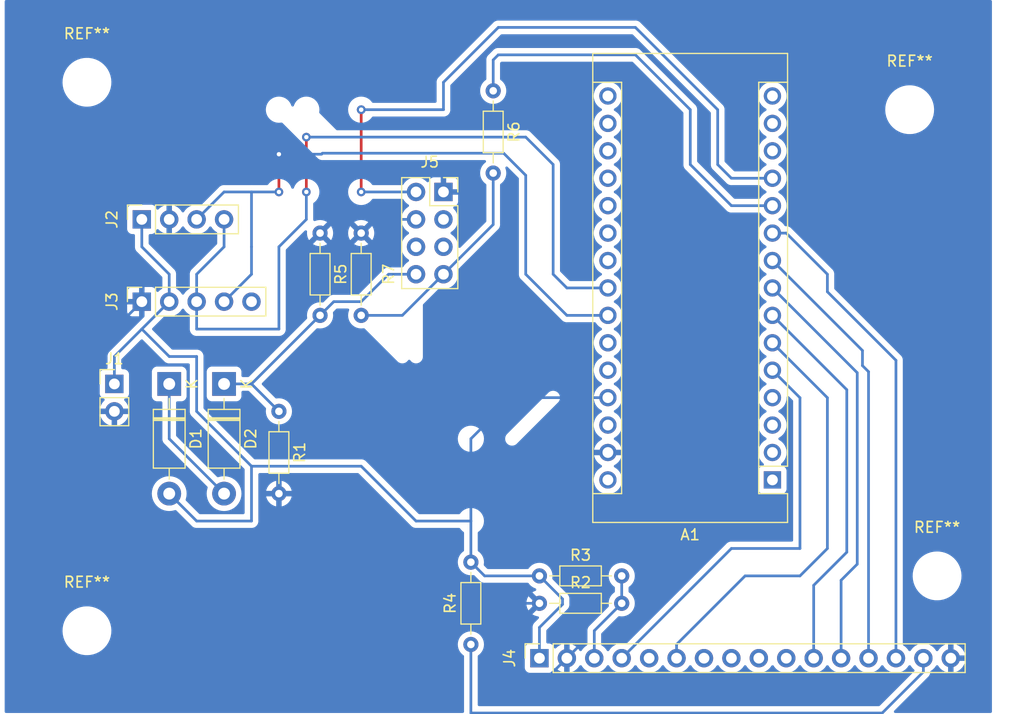
<source format=kicad_pcb>
(kicad_pcb (version 20211014) (generator pcbnew)
  (layers (0 "F.Cu" signal) (31 "B.Cu" signal) (34 "B.Paste" user) (35 "F.Paste" user) (36 "B.SilkS" user "B.Silkscreen") (37 "F.SilkS" user "F.Silkscreen") (38 "B.Mask" user) (39 "F.Mask" user) (44 "Edge.Cuts" user))
  (net 0 "")
  (net 4 "GND")
  (net 5 "Net-(A1-Pad5)")
  (net 6 "Net-(A1-Pad6)")
  (net 7 "Net-(J4-Pad11)")
  (net 8 "Net-(J4-Pad12)")
  (net 9 "Net-(J4-Pad13)")
  (net 10 "Net-(J4-Pad14)")
  (net 22 "+5V")
  (net 25 "Net-(D1-Pad1)")
  (net 26 "+3V3")
  (net 30 "Net-(J4-Pad3)")
  (net 36 "Net-(J4-Pad15)")
  (net 37 "Net-(A1-Pad23)")
  (net 38 "Net-(A1-Pad11)")
  (net 39 "Net-(A1-Pad12)")
  (net 41 "Net-(A1-Pad24)")
  (net 43 "Net-(R6-Pad2)")
  (net 45 "Net-(R5-Pad1)")
  (footprint "Resistor_THT:R_Axial_DIN0204_L3.6mm_D1.6mm_P7.62mm_Horizontal" (layer "F.Cu") (at 64.77 78.74)
    (fp_text reference "R2" (at 3.81 -1.92) (layer "F.SilkS"))
    (fp_text value "1k")
    (fp_line (start 0.94 0) (end 1.89 0) (layer "F.SilkS") (width 0.12))
    (fp_line (start 1.89 -0.92) (end 1.89 0.92) (layer "F.SilkS") (width 0.12))
    (fp_line (start 1.89 0.92) (end 5.73 0.92) (layer "F.SilkS") (width 0.12))
    (fp_line (start 5.73 -0.92) (end 1.89 -0.92) (layer "F.SilkS") (width 0.12))
    (fp_line (start 5.73 0.92) (end 5.73 -0.92) (layer "F.SilkS") (width 0.12))
    (fp_line (start 6.68 0) (end 5.73 0) (layer "F.SilkS") (width 0.12))
    (pad "1" thru_hole circle (at 0 0) (size 1.4 1.4) (drill 0.7) (layers *.Cu *.Mask) (net 4 "GND"))
    (pad "2" thru_hole oval (at 7.62 0) (size 1.4 1.4) (drill 0.7) (layers *.Cu *.Mask) (net 30 "Net-(J4-Pad3)"))
  )
  (footprint "Diode_THT:D_DO-41_SOD81_P10.16mm_Horizontal" (layer "F.Cu") (at 35.56 58.42 -90)
    (fp_text reference "D2" (at 5.08 -2.47 90) (layer "F.SilkS"))
    (fp_text value "1N4007")
    (fp_text user "K" (at 0 -2.1 90) (layer "F.SilkS"))
    (fp_line (start 3.38 -1.47) (end 3.38 1.47) (layer "F.SilkS") (width 0.12))
    (fp_line (start 7.8 1.47) (end 7.8 -1.47) (layer "F.SilkS") (width 0.12))
    (fp_line (start 7.8 -1.47) (end 2.36 -1.47) (layer "F.SilkS") (width 0.12))
    (fp_line (start 8.82 0) (end 7.8 0) (layer "F.SilkS") (width 0.12))
    (fp_line (start 3.26 -1.47) (end 3.26 1.47) (layer "F.SilkS") (width 0.12))
    (fp_line (start 3.14 -1.47) (end 3.14 1.47) (layer "F.SilkS") (width 0.12))
    (fp_line (start 2.36 1.47) (end 7.8 1.47) (layer "F.SilkS") (width 0.12))
    (fp_line (start 2.36 -1.47) (end 2.36 1.47) (layer "F.SilkS") (width 0.12))
    (fp_line (start 1.34 0) (end 2.36 0) (layer "F.SilkS") (width 0.12))
    (pad "1" thru_hole rect (at 0 0 270) (size 2.2 2.2) (drill 1.1) (layers *.Cu *.Mask) (net 26 "+3V3"))
    (pad "2" thru_hole oval (at 10.16 0 270) (size 2.2 2.2) (drill 1.1) (layers *.Cu *.Mask) (net 25 "Net-(D1-Pad1)"))
  )
  (footprint "Connector_PinSocket_2.54mm:PinSocket_2x04_P2.54mm_Vertical" (layer "F.Cu") (at 55.88 40.64)
    (fp_text reference "J5" (at -1.27 -2.77) (layer "F.SilkS"))
    (fp_text value "esp6266")
    (fp_line (start 1.33 1.27) (end 1.33 8.95) (layer "F.SilkS") (width 0.12))
    (fp_line (start -1.27 -1.33) (end -1.27 1.27) (layer "F.SilkS") (width 0.12))
    (fp_line (start 0 -1.33) (end 1.33 -1.33) (layer "F.SilkS") (width 0.12))
    (fp_line (start -3.87 -1.33) (end -1.27 -1.33) (layer "F.SilkS") (width 0.12))
    (fp_line (start -3.87 -1.33) (end -3.87 8.95) (layer "F.SilkS") (width 0.12))
    (fp_line (start -3.87 8.95) (end 1.33 8.95) (layer "F.SilkS") (width 0.12))
    (fp_line (start 1.33 -1.33) (end 1.33 0) (layer "F.SilkS") (width 0.12))
    (fp_line (start -1.27 1.27) (end 1.33 1.27) (layer "F.SilkS") (width 0.12))
    (pad "1" thru_hole rect (at 0 0) (size 1.7 1.7) (drill 1) (layers *.Cu *.Mask) (net 4 "GND"))
    (pad "2" thru_hole oval (at -2.54 0) (size 1.7 1.7) (drill 1) (layers *.Cu *.Mask) (net 39 "Net-(A1-Pad12)"))
    (pad "3" thru_hole oval (at 0 2.54) (size 1.7 1.7) (drill 1) (layers *.Cu *.Mask))
    (pad "4" thru_hole oval (at -2.54 2.54) (size 1.7 1.7) (drill 1) (layers *.Cu *.Mask) (net 45 "Net-(R5-Pad1)"))
    (pad "5" thru_hole oval (at 0 5.08) (size 1.7 1.7) (drill 1) (layers *.Cu *.Mask))
    (pad "6" thru_hole oval (at -2.54 5.08) (size 1.7 1.7) (drill 1) (layers *.Cu *.Mask))
    (pad "7" thru_hole oval (at 0 7.62) (size 1.7 1.7) (drill 1) (layers *.Cu *.Mask) (net 43 "Net-(R6-Pad2)"))
    (pad "8" thru_hole oval (at -2.54 7.62) (size 1.7 1.7) (drill 1) (layers *.Cu *.Mask) (net 26 "+3V3"))
  )
  (footprint "Resistor_THT:R_Axial_DIN0204_L3.6mm_D1.6mm_P7.62mm_Horizontal" (layer "F.Cu") (at 60.487483 31.270053 -90)
    (fp_text reference "R6" (at 3.81 -1.92 90) (layer "F.SilkS"))
    (fp_text value "1k")
    (fp_line (start 5.73 -0.92) (end 1.89 -0.92) (layer "F.SilkS") (width 0.12))
    (fp_line (start 5.73 0.92) (end 5.73 -0.92) (layer "F.SilkS") (width 0.12))
    (fp_line (start 1.89 -0.92) (end 1.89 0.92) (layer "F.SilkS") (width 0.12))
    (fp_line (start 6.68 0) (end 5.73 0) (layer "F.SilkS") (width 0.12))
    (fp_line (start 0.94 0) (end 1.89 0) (layer "F.SilkS") (width 0.12))
    (fp_line (start 1.89 0.92) (end 5.73 0.92) (layer "F.SilkS") (width 0.12))
    (pad "1" thru_hole circle (at 0 0 270) (size 1.4 1.4) (drill 0.7) (layers *.Cu *.Mask) (net 38 "Net-(A1-Pad11)"))
    (pad "2" thru_hole oval (at 7.62 0 270) (size 1.4 1.4) (drill 0.7) (layers *.Cu *.Mask) (net 43 "Net-(R6-Pad2)"))
  )
  (footprint "MountingHole:MountingHole_3.5mm" (layer "F.Cu") (at 22.86 30.48)
    (fp_text reference "REF**" (at 0 -4.5) (layer "F.SilkS"))
    (fp_text value "MountingHole_3.5mm")
    (pad "" np_thru_hole circle (at 0 0) (size 3.5 3.5) (drill 3.5) (layers *.Cu *.Mask))
  )
  (footprint "MountingHole:MountingHole_3.5mm" (layer "F.Cu") (at 99.06 33.02)
    (fp_text reference "REF**" (at 0 -4.5) (layer "F.SilkS"))
    (fp_text value "MountingHole_3.5mm")
    (pad "" np_thru_hole circle (at 0 0) (size 3.5 3.5) (drill 3.5) (layers *.Cu *.Mask))
  )
  (footprint "Diode_THT:D_DO-41_SOD81_P10.16mm_Horizontal" (layer "F.Cu") (at 30.48 58.42 -90)
    (fp_text reference "D1" (at 5.08 -2.47 90) (layer "F.SilkS"))
    (fp_text value "1N4007")
    (fp_text user "K" (at 0 -2.1 90) (layer "F.SilkS"))
    (fp_line (start 8.82 0) (end 7.8 0) (layer "F.SilkS") (width 0.12))
    (fp_line (start 7.8 -1.47) (end 2.36 -1.47) (layer "F.SilkS") (width 0.12))
    (fp_line (start 1.34 0) (end 2.36 0) (layer "F.SilkS") (width 0.12))
    (fp_line (start 2.36 1.47) (end 7.8 1.47) (layer "F.SilkS") (width 0.12))
    (fp_line (start 3.26 -1.47) (end 3.26 1.47) (layer "F.SilkS") (width 0.12))
    (fp_line (start 3.14 -1.47) (end 3.14 1.47) (layer "F.SilkS") (width 0.12))
    (fp_line (start 3.38 -1.47) (end 3.38 1.47) (layer "F.SilkS") (width 0.12))
    (fp_line (start 7.8 1.47) (end 7.8 -1.47) (layer "F.SilkS") (width 0.12))
    (fp_line (start 2.36 -1.47) (end 2.36 1.47) (layer "F.SilkS") (width 0.12))
    (pad "1" thru_hole rect (at 0 0 270) (size 2.2 2.2) (drill 1.1) (layers *.Cu *.Mask) (net 25 "Net-(D1-Pad1)"))
    (pad "2" thru_hole oval (at 10.16 0 270) (size 2.2 2.2) (drill 1.1) (layers *.Cu *.Mask) (net 22 "+5V"))
  )
  (footprint "Connector_PinSocket_2.54mm:PinSocket_1x05_P2.54mm_Vertical" (layer "F.Cu") (at 27.94 50.8 90)
    (fp_text reference "J3" (at 0 -2.77 90) (layer "F.SilkS"))
    (fp_text value "DS 1307")
    (fp_line (start 1.33 -1.33) (end 1.33 0) (layer "F.SilkS") (width 0.12))
    (fp_line (start -1.33 11.49) (end 1.33 11.49) (layer "F.SilkS") (width 0.12))
    (fp_line (start -1.33 1.27) (end 1.33 1.27) (layer "F.SilkS") (width 0.12))
    (fp_line (start -1.33 1.27) (end -1.33 11.49) (layer "F.SilkS") (width 0.12))
    (fp_line (start 1.33 1.27) (end 1.33 11.49) (layer "F.SilkS") (width 0.12))
    (fp_line (start 0 -1.33) (end 1.33 -1.33) (layer "F.SilkS") (width 0.12))
    (pad "1" thru_hole rect (at 0 0 90) (size 1.7 1.7) (drill 1) (layers *.Cu *.Mask) (net 4 "GND"))
    (pad "2" thru_hole oval (at 0 2.54 90) (size 1.7 1.7) (drill 1) (layers *.Cu *.Mask) (net 22 "+5V"))
    (pad "3" thru_hole oval (at 0 5.08 90) (size 1.7 1.7) (drill 1) (layers *.Cu *.Mask) (net 37 "Net-(A1-Pad23)"))
    (pad "4" thru_hole oval (at 0 7.62 90) (size 1.7 1.7) (drill 1) (layers *.Cu *.Mask) (net 41 "Net-(A1-Pad24)"))
    (pad "5" thru_hole oval (at 0 10.16 90) (size 1.7 1.7) (drill 1) (layers *.Cu *.Mask))
  )
  (footprint "Resistor_THT:R_Axial_DIN0204_L3.6mm_D1.6mm_P7.62mm_Horizontal" (layer "F.Cu") (at 48.26 44.45 -90)
    (fp_text reference "R7" (at 3.81 -2.54 90) (layer "F.SilkS"))
    (fp_text value "2k")
    (fp_line (start 1.89 0.92) (end 5.73 0.92) (layer "F.SilkS") (width 0.12))
    (fp_line (start 5.73 0.92) (end 5.73 -0.92) (layer "F.SilkS") (width 0.12))
    (fp_line (start 5.73 -0.92) (end 1.89 -0.92) (layer "F.SilkS") (width 0.12))
    (fp_line (start 6.68 0) (end 5.73 0) (layer "F.SilkS") (width 0.12))
    (fp_line (start 0.94 0) (end 1.89 0) (layer "F.SilkS") (width 0.12))
    (fp_line (start 1.89 -0.92) (end 1.89 0.92) (layer "F.SilkS") (width 0.12))
    (pad "1" thru_hole circle (at 0 0 270) (size 1.4 1.4) (drill 0.7) (layers *.Cu *.Mask) (net 4 "GND"))
    (pad "2" thru_hole oval (at 7.62 0 270) (size 1.4 1.4) (drill 0.7) (layers *.Cu *.Mask) (net 43 "Net-(R6-Pad2)"))
  )
  (footprint "Connector_PinSocket_2.54mm:PinSocket_1x04_P2.54mm_Vertical" (layer "F.Cu") (at 27.94 43.18 90)
    (fp_text reference "J2" (at 0 -2.77 90) (layer "F.SilkS"))
    (fp_text value "ATH10")
    (fp_line (start 0 -1.33) (end 1.33 -1.33) (layer "F.SilkS") (width 0.12))
    (fp_line (start -1.33 8.95) (end 1.33 8.95) (layer "F.SilkS") (width 0.12))
    (fp_line (start 1.33 -1.33) (end 1.33 0) (layer "F.SilkS") (width 0.12))
    (fp_line (start 1.33 1.27) (end 1.33 8.95) (layer "F.SilkS") (width 0.12))
    (fp_line (start -1.33 1.27) (end -1.33 8.95) (layer "F.SilkS") (width 0.12))
    (fp_line (start -1.33 1.27) (end 1.33 1.27) (layer "F.SilkS") (width 0.12))
    (pad "1" thru_hole rect (at 0 0 90) (size 1.7 1.7) (drill 1) (layers *.Cu *.Mask) (net 22 "+5V"))
    (pad "2" thru_hole oval (at 0 2.54 90) (size 1.7 1.7) (drill 1) (layers *.Cu *.Mask) (net 4 "GND"))
    (pad "3" thru_hole oval (at 0 5.08 90) (size 1.7 1.7) (drill 1) (layers *.Cu *.Mask) (net 41 "Net-(A1-Pad24)"))
    (pad "4" thru_hole oval (at 0 7.62 90) (size 1.7 1.7) (drill 1) (layers *.Cu *.Mask) (net 37 "Net-(A1-Pad23)"))
  )
  (footprint "Resistor_THT:R_Axial_DIN0204_L3.6mm_D1.6mm_P7.62mm_Horizontal" (layer "F.Cu") (at 64.77 76.2)
    (fp_text reference "R3" (at 3.81 -1.92) (layer "F.SilkS"))
    (fp_text value "1k")
    (fp_line (start 5.73 0.92) (end 5.73 -0.92) (layer "F.SilkS") (width 0.12))
    (fp_line (start 1.89 -0.92) (end 1.89 0.92) (layer "F.SilkS") (width 0.12))
    (fp_line (start 5.73 -0.92) (end 1.89 -0.92) (layer "F.SilkS") (width 0.12))
    (fp_line (start 0.94 0) (end 1.89 0) (layer "F.SilkS") (width 0.12))
    (fp_line (start 1.89 0.92) (end 5.73 0.92) (layer "F.SilkS") (width 0.12))
    (fp_line (start 6.68 0) (end 5.73 0) (layer "F.SilkS") (width 0.12))
    (pad "1" thru_hole circle (at 0 0) (size 1.4 1.4) (drill 0.7) (layers *.Cu *.Mask) (net 22 "+5V"))
    (pad "2" thru_hole oval (at 7.62 0) (size 1.4 1.4) (drill 0.7) (layers *.Cu *.Mask) (net 30 "Net-(J4-Pad3)"))
  )
  (footprint "Connector_PinSocket_2.54mm:PinSocket_1x16_P2.54mm_Vertical" (layer "F.Cu") (at 64.77 83.82 90)
    (fp_text reference "J4" (at 0 -2.77 90) (layer "F.SilkS"))
    (fp_text value "HD1602")
    (fp_line (start -1.33 1.27) (end 1.33 1.27) (layer "F.SilkS") (width 0.12))
    (fp_line (start 0 -1.33) (end 1.33 -1.33) (layer "F.SilkS") (width 0.12))
    (fp_line (start -1.33 1.27) (end -1.33 39.43) (layer "F.SilkS") (width 0.12))
    (fp_line (start -1.33 39.43) (end 1.33 39.43) (layer "F.SilkS") (width 0.12))
    (fp_line (start 1.33 1.27) (end 1.33 39.43) (layer "F.SilkS") (width 0.12))
    (fp_line (start 1.33 -1.33) (end 1.33 0) (layer "F.SilkS") (width 0.12))
    (pad "1" thru_hole rect (at 0 0 90) (size 1.7 1.7) (drill 1) (layers *.Cu *.Mask) (net 22 "+5V"))
    (pad "2" thru_hole oval (at 0 2.54 90) (size 1.7 1.7) (drill 1) (layers *.Cu *.Mask) (net 4 "GND"))
    (pad "3" thru_hole oval (at 0 5.08 90) (size 1.7 1.7) (drill 1) (layers *.Cu *.Mask) (net 30 "Net-(J4-Pad3)"))
    (pad "4" thru_hole oval (at 0 7.62 90) (size 1.7 1.7) (drill 1) (layers *.Cu *.Mask) (net 5 "Net-(A1-Pad5)"))
    (pad "5" thru_hole oval (at 0 10.16 90) (size 1.7 1.7) (drill 1) (layers *.Cu *.Mask))
    (pad "6" thru_hole oval (at 0 12.7 90) (size 1.7 1.7) (drill 1) (layers *.Cu *.Mask) (net 6 "Net-(A1-Pad6)"))
    (pad "7" thru_hole oval (at 0 15.24 90) (size 1.7 1.7) (drill 1) (layers *.Cu *.Mask))
    (pad "8" thru_hole oval (at 0 17.78 90) (size 1.7 1.7) (drill 1) (layers *.Cu *.Mask))
    (pad "9" thru_hole oval (at 0 20.32 90) (size 1.7 1.7) (drill 1) (layers *.Cu *.Mask))
    (pad "10" thru_hole oval (at 0 22.86 90) (size 1.7 1.7) (drill 1) (layers *.Cu *.Mask))
    (pad "11" thru_hole oval (at 0 25.4 90) (size 1.7 1.7) (drill 1) (layers *.Cu *.Mask) (net 7 "Net-(J4-Pad11)"))
    (pad "12" thru_hole oval (at 0 27.94 90) (size 1.7 1.7) (drill 1) (layers *.Cu *.Mask) (net 8 "Net-(J4-Pad12)"))
    (pad "13" thru_hole oval (at 0 30.48 90) (size 1.7 1.7) (drill 1) (layers *.Cu *.Mask) (net 9 "Net-(J4-Pad13)"))
    (pad "14" thru_hole oval (at 0 33.02 90) (size 1.7 1.7) (drill 1) (layers *.Cu *.Mask) (net 10 "Net-(J4-Pad14)"))
    (pad "15" thru_hole oval (at 0 35.56 90) (size 1.7 1.7) (drill 1) (layers *.Cu *.Mask) (net 36 "Net-(J4-Pad15)"))
    (pad "16" thru_hole oval (at 0 38.1 90) (size 1.7 1.7) (drill 1) (layers *.Cu *.Mask) (net 4 "GND"))
  )
  (footprint "Resistor_THT:R_Axial_DIN0204_L3.6mm_D1.6mm_P7.62mm_Horizontal" (layer "F.Cu") (at 44.45 44.45 -90)
    (fp_text reference "R5" (at 3.81 -1.92 90) (layer "F.SilkS"))
    (fp_text value "10k")
    (fp_line (start 5.73 -0.92) (end 1.89 -0.92) (layer "F.SilkS") (width 0.12))
    (fp_line (start 6.68 0) (end 5.73 0) (layer "F.SilkS") (width 0.12))
    (fp_line (start 1.89 0.92) (end 5.73 0.92) (layer "F.SilkS") (width 0.12))
    (fp_line (start 5.73 0.92) (end 5.73 -0.92) (layer "F.SilkS") (width 0.12))
    (fp_line (start 1.89 -0.92) (end 1.89 0.92) (layer "F.SilkS") (width 0.12))
    (fp_line (start 0.94 0) (end 1.89 0) (layer "F.SilkS") (width 0.12))
    (pad "1" thru_hole circle (at 0 0 270) (size 1.4 1.4) (drill 0.7) (layers *.Cu *.Mask) (net 45 "Net-(R5-Pad1)"))
    (pad "2" thru_hole oval (at 7.62 0 270) (size 1.4 1.4) (drill 0.7) (layers *.Cu *.Mask) (net 26 "+3V3"))
  )
  (footprint "Connector_PinHeader_2.54mm:PinHeader_1x02_P2.54mm_Vertical" (layer "F.Cu") (at 25.4 58.42)
    (fp_text reference "J1" (at 0 -2.33) (layer "F.SilkS"))
    (fp_text value "Alimentación")
    (fp_line (start -1.33 -1.33) (end 0 -1.33) (layer "F.SilkS") (width 0.12))
    (fp_line (start 1.33 1.27) (end 1.33 3.87) (layer "F.SilkS") (width 0.12))
    (fp_line (start -1.33 1.27) (end 1.33 1.27) (layer "F.SilkS") (width 0.12))
    (fp_line (start -1.33 0) (end -1.33 -1.33) (layer "F.SilkS") (width 0.12))
    (fp_line (start -1.33 1.27) (end -1.33 3.87) (layer "F.SilkS") (width 0.12))
    (fp_line (start -1.33 3.87) (end 1.33 3.87) (layer "F.SilkS") (width 0.12))
    (pad "1" thru_hole rect (at 0 0) (size 1.7 1.7) (drill 1) (layers *.Cu *.Mask) (net 22 "+5V"))
    (pad "2" thru_hole oval (at 0 2.54) (size 1.7 1.7) (drill 1) (layers *.Cu *.Mask) (net 4 "GND"))
  )
  (footprint "Module:Arduino_Nano" (layer "F.Cu") (at 86.35 67.31 180)
    (fp_text reference "A1" (at 7.62 -5.08) (layer "F.SilkS"))
    (fp_text value "Arduino_Nano_v3.x")
    (fp_line (start 16.64 -3.94) (end -1.4 -3.94) (layer "F.SilkS") (width 0.12))
    (fp_line (start -1.4 39.5) (end 16.64 39.5) (layer "F.SilkS") (width 0.12))
    (fp_line (start 13.97 -1.27) (end 16.64 -1.27) (layer "F.SilkS") (width 0.12))
    (fp_line (start 13.97 -1.27) (end 13.97 36.83) (layer "F.SilkS") (width 0.12))
    (fp_line (start 16.64 39.5) (end 16.64 -3.94) (layer "F.SilkS") (width 0.12))
    (fp_line (start 1.27 1.27) (end 1.27 -1.27) (layer "F.SilkS") (width 0.12))
    (fp_line (start 13.97 36.83) (end 16.64 36.83) (layer "F.SilkS") (width 0.12))
    (fp_line (start 1.27 1.27) (end 1.27 36.83) (layer "F.SilkS") (width 0.12))
    (fp_line (start -1.4 1.27) (end -1.4 39.5) (layer "F.SilkS") (width 0.12))
    (fp_line (start -1.4 -3.94) (end -1.4 -1.27) (layer "F.SilkS") (width 0.12))
    (fp_line (start 1.27 -1.27) (end -1.4 -1.27) (layer "F.SilkS") (width 0.12))
    (fp_line (start 1.27 1.27) (end -1.4 1.27) (layer "F.SilkS") (width 0.12))
    (fp_line (start 1.27 36.83) (end -1.4 36.83) (layer "F.SilkS") (width 0.12))
    (pad "1" thru_hole rect (at 0 0 180) (size 1.6 1.6) (drill 1) (layers *.Cu *.Mask))
    (pad "2" thru_hole oval (at 0 2.54 180) (size 1.6 1.6) (drill 1) (layers *.Cu *.Mask))
    (pad "3" thru_hole oval (at 0 5.08 180) (size 1.6 1.6) (drill 1) (layers *.Cu *.Mask))
    (pad "4" thru_hole oval (at 0 7.62 180) (size 1.6 1.6) (drill 1) (layers *.Cu *.Mask))
    (pad "5" thru_hole oval (at 0 10.16 180) (size 1.6 1.6) (drill 1) (layers *.Cu *.Mask) (net 5 "Net-(A1-Pad5)"))
    (pad "6" thru_hole oval (at 0 12.7 180) (size 1.6 1.6) (drill 1) (layers *.Cu *.Mask) (net 6 "Net-(A1-Pad6)"))
    (pad "7" thru_hole oval (at 0 15.24 180) (size 1.6 1.6) (drill 1) (layers *.Cu *.Mask) (net 7 "Net-(J4-Pad11)"))
    (pad "8" thru_hole oval (at 0 17.78 180) (size 1.6 1.6) (drill 1) (layers *.Cu *.Mask) (net 8 "Net-(J4-Pad12)"))
    (pad "9" thru_hole oval (at 0 20.32 180) (size 1.6 1.6) (drill 1) (layers *.Cu *.Mask) (net 9 "Net-(J4-Pad13)"))
    (pad "10" thru_hole oval (at 0 22.86 180) (size 1.6 1.6) (drill 1) (layers *.Cu *.Mask) (net 10 "Net-(J4-Pad14)"))
    (pad "11" thru_hole oval (at 0 25.4 180) (size 1.6 1.6) (drill 1) (layers *.Cu *.Mask) (net 38 "Net-(A1-Pad11)"))
    (pad "12" thru_hole oval (at 0 27.94 180) (size 1.6 1.6) (drill 1) (layers *.Cu *.Mask) (net 39 "Net-(A1-Pad12)"))
    (pad "13" thru_hole oval (at 0 30.48 180) (size 1.6 1.6) (drill 1) (layers *.Cu *.Mask))
    (pad "14" thru_hole oval (at 0 33.02 180) (size 1.6 1.6) (drill 1) (layers *.Cu *.Mask))
    (pad "15" thru_hole oval (at 0 35.56 180) (size 1.6 1.6) (drill 1) (layers *.Cu *.Mask))
    (pad "16" thru_hole oval (at 15.24 35.56 180) (size 1.6 1.6) (drill 1) (layers *.Cu *.Mask))
    (pad "17" thru_hole oval (at 15.24 33.02 180) (size 1.6 1.6) (drill 1) (layers *.Cu *.Mask))
    (pad "18" thru_hole oval (at 15.24 30.48 180) (size 1.6 1.6) (drill 1) (layers *.Cu *.Mask))
    (pad "19" thru_hole oval (at 15.24 27.94 180) (size 1.6 1.6) (drill 1) (layers *.Cu *.Mask))
    (pad "20" thru_hole oval (at 15.24 25.4 180) (size 1.6 1.6) (drill 1) (layers *.Cu *.Mask))
    (pad "21" thru_hole oval (at 15.24 22.86 180) (size 1.6 1.6) (drill 1) (layers *.Cu *.Mask))
    (pad "22" thru_hole oval (at 15.24 20.32 180) (size 1.6 1.6) (drill 1) (layers *.Cu *.Mask))
    (pad "23" thru_hole oval (at 15.24 17.78 180) (size 1.6 1.6) (drill 1) (layers *.Cu *.Mask) (net 37 "Net-(A1-Pad23)"))
    (pad "24" thru_hole oval (at 15.24 15.24 180) (size 1.6 1.6) (drill 1) (layers *.Cu *.Mask) (net 41 "Net-(A1-Pad24)"))
    (pad "25" thru_hole oval (at 15.24 12.7 180) (size 1.6 1.6) (drill 1) (layers *.Cu *.Mask))
    (pad "26" thru_hole oval (at 15.24 10.16 180) (size 1.6 1.6) (drill 1) (layers *.Cu *.Mask))
    (pad "27" thru_hole oval (at 15.24 7.62 180) (size 1.6 1.6) (drill 1) (layers *.Cu *.Mask) (net 22 "+5V"))
    (pad "28" thru_hole oval (at 15.24 5.08 180) (size 1.6 1.6) (drill 1) (layers *.Cu *.Mask))
    (pad "29" thru_hole oval (at 15.24 2.54 180) (size 1.6 1.6) (drill 1) (layers *.Cu *.Mask) (net 4 "GND"))
    (pad "30" thru_hole oval (at 15.24 0 180) (size 1.6 1.6) (drill 1) (layers *.Cu *.Mask))
  )
  (footprint "MountingHole:MountingHole_3.5mm" (layer "F.Cu") (at 22.86 81.28)
    (fp_text reference "REF**" (at 0 -4.5) (layer "F.SilkS"))
    (fp_text value "MountingHole_3.5mm")
    (pad "" np_thru_hole circle (at 0 0) (size 3.5 3.5) (drill 3.5) (layers *.Cu *.Mask))
  )
  (footprint "Resistor_THT:R_Axial_DIN0204_L3.6mm_D1.6mm_P7.62mm_Horizontal" (layer "F.Cu") (at 40.64 60.96 -90)
    (fp_text reference "R1" (at 3.81 -1.92 90) (layer "F.SilkS"))
    (fp_text value "10k")
    (fp_line (start 1.89 -0.92) (end 1.89 0.92) (layer "F.SilkS") (width 0.12))
    (fp_line (start 5.73 -0.92) (end 1.89 -0.92) (layer "F.SilkS") (width 0.12))
    (fp_line (start 1.89 0.92) (end 5.73 0.92) (layer "F.SilkS") (width 0.12))
    (fp_line (start 0.94 0) (end 1.89 0) (layer "F.SilkS") (width 0.12))
    (fp_line (start 5.73 0.92) (end 5.73 -0.92) (layer "F.SilkS") (width 0.12))
    (fp_line (start 6.68 0) (end 5.73 0) (layer "F.SilkS") (width 0.12))
    (pad "1" thru_hole circle (at 0 0 270) (size 1.4 1.4) (drill 0.7) (layers *.Cu *.Mask) (net 26 "+3V3"))
    (pad "2" thru_hole oval (at 7.62 0 270) (size 1.4 1.4) (drill 0.7) (layers *.Cu *.Mask) (net 4 "GND"))
  )
  (footprint "Resistor_THT:R_Axial_DIN0204_L3.6mm_D1.6mm_P7.62mm_Horizontal" (layer "F.Cu") (at 58.42 82.55 90)
    (fp_text reference "R4" (at 3.81 -1.92 90) (layer "F.SilkS"))
    (fp_text value "680")
    (fp_line (start 1.89 0.92) (end 5.73 0.92) (layer "F.SilkS") (width 0.12))
    (fp_line (start 5.73 0.92) (end 5.73 -0.92) (layer "F.SilkS") (width 0.12))
    (fp_line (start 1.89 -0.92) (end 1.89 0.92) (layer "F.SilkS") (width 0.12))
    (fp_line (start 0.94 0) (end 1.89 0) (layer "F.SilkS") (width 0.12))
    (fp_line (start 5.73 -0.92) (end 1.89 -0.92) (layer "F.SilkS") (width 0.12))
    (fp_line (start 6.68 0) (end 5.73 0) (layer "F.SilkS") (width 0.12))
    (pad "1" thru_hole circle (at 0 0 90) (size 1.4 1.4) (drill 0.7) (layers *.Cu *.Mask) (net 36 "Net-(J4-Pad15)"))
    (pad "2" thru_hole oval (at 7.62 0 90) (size 1.4 1.4) (drill 0.7) (layers *.Cu *.Mask) (net 22 "+5V"))
  )
  (footprint "MountingHole:MountingHole_3.5mm" (layer "F.Cu") (at 101.6 76.2)
    (fp_text reference "REF**" (at 0 -4.5) (layer "F.SilkS"))
    (fp_text value "MountingHole_3.5mm")
    (pad "" np_thru_hole circle (at 0 0) (size 3.5 3.5) (drill 3.5) (layers *.Cu *.Mask))
  )
  (segment (start 40.64 68.58) (end 40.64 78.74) (width 0.25) (layer "B.Cu") (net 4))
  (segment (start 69.85 64.77) (end 68.58 66.04) (width 0.25) (layer "B.Cu") (net 4))
  (segment (start 68.58 82.55) (end 67.31 83.82) (width 0.25) (layer "B.Cu") (net 4))
  (segment (start 64.77 86.36) (end 63.5 86.36) (width 0.25) (layer "B.Cu") (net 4))
  (segment (start 27.94 50.8) (end 27.94 48.26) (width 0.25) (layer "B.Cu") (net 4))
  (segment (start 22.86 66.04) (end 22.86 55.88) (width 0.25) (layer "B.Cu") (net 4))
  (segment (start 30.48 40.64) (end 33.02 38.1) (width 0.25) (layer "B.Cu") (net 4))
  (segment (start 22.86 66.04) (end 25.4 63.5) (width 0.25) (layer "B.Cu") (net 4))
  (segment (start 48.26 44.45) (end 45.72 41.91) (width 0.25) (layer "B.Cu") (net 4))
  (segment (start 25.4 63.5) (end 25.4 60.96) (width 0.25) (layer "B.Cu") (net 4))
  (segment (start 33.02 38.1) (end 45.72 38.1) (width 0.25) (layer "B.Cu") (net 4))
  (segment (start 45.72 38.1) (end 55.88 38.1) (width 0.25) (layer "B.Cu") (net 4))
  (segment (start 68.58 66.04) (end 68.58 82.55) (width 0.25) (layer "B.Cu") (net 4))
  (segment (start 60.96 83.82) (end 60.96 81.28) (width 0.25) (layer "B.Cu") (net 4))
  (segment (start 63.5 86.36) (end 60.96 83.82) (width 0.25) (layer "B.Cu") (net 4))
  (segment (start 71.11 64.77) (end 69.85 64.77) (width 0.25) (layer "B.Cu") (net 4))
  (segment (start 25.4 40.64) (end 30.48 40.64) (width 0.25) (layer "B.Cu") (net 4))
  (segment (start 25.4 45.72) (end 25.4 40.64) (width 0.25) (layer "B.Cu") (net 4))
  (segment (start 22.86 73.66) (end 22.86 66.04) (width 0.25) (layer "B.Cu") (net 4))
  (segment (start 60.96 81.28) (end 58.42 78.74) (width 0.25) (layer "B.Cu") (net 4))
  (segment (start 45.72 41.91) (end 45.72 38.1) (width 0.25) (layer "B.Cu") (net 4))
  (segment (start 58.42 78.74) (end 27.94 78.74) (width 0.25) (layer "B.Cu") (net 4))
  (segment (start 27.94 78.74) (end 22.86 73.66) (width 0.25) (layer "B.Cu") (net 4))
  (segment (start 22.86 55.88) (end 27.94 50.8) (width 0.25) (layer "B.Cu") (net 4))
  (segment (start 27.94 48.26) (end 25.4 45.72) (width 0.25) (layer "B.Cu") (net 4))
  (segment (start 30.48 40.64) (end 30.48 43.18) (width 0.25) (layer "B.Cu") (net 4))
  (segment (start 58.42 78.74) (end 64.77 78.74) (width 0.25) (layer "B.Cu") (net 4))
  (segment (start 55.88 38.1) (end 55.88 40.64) (width 0.25) (layer "B.Cu") (net 4))
  (segment (start 67.31 83.82) (end 64.77 86.36) (width 0.25) (layer "B.Cu") (net 4))
  (segment (start 72.39 83.82) (end 82.55 73.66) (width 0.25) (layer "B.Cu") (net 5))
  (segment (start 82.55 73.66) (end 88.9 73.66) (width 0.25) (layer "B.Cu") (net 5))
  (segment (start 88.9 73.66) (end 88.9 59.7) (width 0.25) (layer "B.Cu") (net 5))
  (segment (start 88.9 59.7) (end 86.35 57.15) (width 0.25) (layer "B.Cu") (net 5))
  (segment (start 83.82 76.2) (end 88.9 76.2) (width 0.25) (layer "B.Cu") (net 6))
  (segment (start 91.44 59.7) (end 86.35 54.61) (width 0.25) (layer "B.Cu") (net 6))
  (segment (start 91.44 73.66) (end 91.44 59.7) (width 0.25) (layer "B.Cu") (net 6))
  (segment (start 88.9 76.2) (end 91.44 73.66) (width 0.25) (layer "B.Cu") (net 6))
  (segment (start 77.47 82.55) (end 83.82 76.2) (width 0.25) (layer "B.Cu") (net 6))
  (segment (start 77.47 83.82) (end 77.47 82.55) (width 0.25) (layer "B.Cu") (net 6))
  (segment (start 93.236918 58.956918) (end 86.35 52.07) (width 0.25) (layer "B.Cu") (net 7))
  (segment (start 90.17 77.071979) (end 93.236918 74.005061) (width 0.25) (layer "B.Cu") (net 7))
  (segment (start 90.17 83.82) (end 90.17 77.071979) (width 0.25) (layer "B.Cu") (net 7))
  (segment (start 93.236918 74.005061) (end 93.236918 58.956918) (width 0.25) (layer "B.Cu") (net 7))
  (segment (start 92.71 76.605348) (end 94.20449 75.110858) (width 0.25) (layer "B.Cu") (net 8))
  (segment (start 94.20449 57.38449) (end 86.35 49.53) (width 0.25) (layer "B.Cu") (net 8))
  (segment (start 94.20449 75.110858) (end 94.20449 57.38449) (width 0.25) (layer "B.Cu") (net 8))
  (segment (start 92.71 83.82) (end 92.71 76.605348) (width 0.25) (layer "B.Cu") (net 8))
  (segment (start 95.25 83.82) (end 95.25 57.288724) (width 0.25) (layer "B.Cu") (net 9))
  (segment (start 95.25 57.288724) (end 94.688275 56.726999) (width 0.25) (layer "B.Cu") (net 9))
  (segment (start 94.688275 56.726999) (end 94.688275 55.328275) (width 0.25) (layer "B.Cu") (net 9))
  (segment (start 94.688275 55.328275) (end 86.35 46.99) (width 0.25) (layer "B.Cu") (net 9))
  (segment (start 87.63 44.45) (end 86.35 44.45) (width 0.25) (layer "B.Cu") (net 10))
  (segment (start 97.79 56.234886) (end 91.44 49.884886) (width 0.25) (layer "B.Cu") (net 10))
  (segment (start 91.44 48.26) (end 87.63 44.45) (width 0.25) (layer "B.Cu") (net 10))
  (segment (start 91.44 49.884886) (end 91.44 48.26) (width 0.25) (layer "B.Cu") (net 10))
  (segment (start 97.79 83.82) (end 97.79 56.234886) (width 0.25) (layer "B.Cu") (net 10))
  (segment (start 58.42 71.12) (end 58.42 74.93) (width 0.25) (layer "B.Cu") (net 22))
  (segment (start 30.48 55.88) (end 33.02 55.88) (width 0.25) (layer "B.Cu") (net 22))
  (segment (start 33.02 55.88) (end 33.02 60.96) (width 0.25) (layer "B.Cu") (net 22))
  (segment (start 38.1 71.12) (end 33.02 71.12) (width 0.25) (layer "B.Cu") (net 22))
  (segment (start 25.4 55.88) (end 27.94 53.34) (width 0.25) (layer "B.Cu") (net 22))
  (segment (start 38.1 66.04) (end 38.1 71.12) (width 0.25) (layer "B.Cu") (net 22))
  (segment (start 59.69 76.2) (end 64.77 76.2) (width 0.25) (layer "B.Cu") (net 22))
  (segment (start 27.94 53.34) (end 30.48 50.8) (width 0.25) (layer "B.Cu") (net 22))
  (segment (start 33.02 60.96) (end 38.1 66.04) (width 0.25) (layer "B.Cu") (net 22))
  (segment (start 27.94 53.34) (end 30.48 55.88) (width 0.25) (layer "B.Cu") (net 22))
  (segment (start 33.02 71.12) (end 30.48 68.58) (width 0.25) (layer "B.Cu") (net 22))
  (segment (start 30.48 50.8) (end 30.48 48.26) (width 0.25) (layer "B.Cu") (net 22))
  (segment (start 38.1 66.04) (end 48.26 66.04) (width 0.25) (layer "B.Cu") (net 22))
  (segment (start 27.94 45.72) (end 27.94 43.18) (width 0.25) (layer "B.Cu") (net 22))
  (segment (start 58.42 74.93) (end 59.69 76.2) (width 0.25) (layer "B.Cu") (net 22))
  (segment (start 48.26 66.04) (end 53.34 71.12) (width 0.25) (layer "B.Cu") (net 22))
  (segment (start 58.42 71.12) (end 58.42 63.5) (width 0.25) (layer "B.Cu") (net 22))
  (segment (start 64.77 80.973606) (end 64.77 83.82) (width 0.25) (layer "B.Cu") (net 22))
  (segment (start 64.77 76.2) (end 66.907617 78.337617) (width 0.25) (layer "B.Cu") (net 22))
  (segment (start 58.42 63.5) (end 62.23 59.69) (width 0.25) (layer "B.Cu") (net 22))
  (segment (start 30.48 48.26) (end 27.94 45.72) (width 0.25) (layer "B.Cu") (net 22))
  (segment (start 66.907617 78.835989) (end 64.77 80.973606) (width 0.25) (layer "B.Cu") (net 22))
  (segment (start 66.907617 78.337617) (end 66.907617 78.835989) (width 0.25) (layer "B.Cu") (net 22))
  (segment (start 62.23 59.69) (end 71.11 59.69) (width 0.25) (layer "B.Cu") (net 22))
  (segment (start 25.4 58.42) (end 25.4 55.88) (width 0.25) (layer "B.Cu") (net 22))
  (segment (start 53.34 71.12) (end 58.42 71.12) (width 0.25) (layer "B.Cu") (net 22))
  (segment (start 30.48 58.42) (end 30.48 63.5) (width 0.25) (layer "B.Cu") (net 25))
  (segment (start 30.48 63.5) (end 35.56 68.58) (width 0.25) (layer "B.Cu") (net 25))
  (segment (start 45.72 50.8) (end 44.45 52.07) (width 0.25) (layer "B.Cu") (net 26))
  (segment (start 50.8 48.26) (end 48.26 50.8) (width 0.25) (layer "B.Cu") (net 26))
  (segment (start 53.34 48.26) (end 50.8 48.26) (width 0.25) (layer "B.Cu") (net 26))
  (segment (start 48.26 50.8) (end 45.72 50.8) (width 0.25) (layer "B.Cu") (net 26))
  (segment (start 35.56 58.42) (end 38.1 58.42) (width 0.25) (layer "B.Cu") (net 26))
  (segment (start 38.1 58.42) (end 44.45 52.07) (width 0.25) (layer "B.Cu") (net 26))
  (segment (start 38.1 58.42) (end 40.64 60.96) (width 0.25) (layer "B.Cu") (net 26))
  (segment (start 69.85 81.28) (end 69.85 83.82) (width 0.25) (layer "B.Cu") (net 30))
  (segment (start 72.39 76.2) (end 72.39 78.74) (width 0.25) (layer "B.Cu") (net 30))
  (segment (start 72.39 78.74) (end 69.85 81.28) (width 0.25) (layer "B.Cu") (net 30))
  (segment (start 100.33 85.09) (end 100.33 83.82) (width 0.25) (layer "B.Cu") (net 36))
  (segment (start 96.52 88.9) (end 100.33 85.09) (width 0.25) (layer "B.Cu") (net 36))
  (segment (start 58.42 82.55) (end 58.42 88.9) (width 0.25) (layer "B.Cu") (net 36))
  (segment (start 58.42 88.9) (end 96.52 88.9) (width 0.25) (layer "B.Cu") (net 36))
  (segment (start 43.18 40.64) (end 43.18 35.56) (width 0.25) (layer "F.Cu") (net 37))
  (via (at 43.18 35.56) (size 0.8) (drill 0.4) (layers "F.Cu" "B.Cu") (net 37))
  (via (at 43.18 40.64) (size 0.8) (drill 0.4) (layers "F.Cu" "B.Cu") (net 37))
  (segment (start 35.56 45.72) (end 35.56 43.18) (width 0.25) (layer "B.Cu") (net 37))
  (segment (start 43.18 43.18) (end 43.18 40.64) (width 0.25) (layer "B.Cu") (net 37))
  (segment (start 33.02 53.34) (end 40.64 53.34) (width 0.25) (layer "B.Cu") (net 37))
  (segment (start 63.5 35.56) (end 43.18 35.56) (width 0.25) (layer "B.Cu") (net 37))
  (segment (start 33.02 50.8) (end 33.02 48.26) (width 0.25) (layer "B.Cu") (net 37))
  (segment (start 33.02 50.8) (end 33.02 53.34) (width 0.25) (layer "B.Cu") (net 37))
  (segment (start 33.02 48.26) (end 35.56 45.72) (width 0.25) (layer "B.Cu") (net 37))
  (segment (start 66.04 48.26) (end 66.04 38.1) (width 0.25) (layer "B.Cu") (net 37))
  (segment (start 40.64 45.72) (end 43.18 43.18) (width 0.25) (layer "B.Cu") (net 37))
  (segment (start 71.11 49.53) (end 67.31 49.53) (width 0.25) (layer "B.Cu") (net 37))
  (segment (start 40.64 53.34) (end 40.64 45.72) (width 0.25) (layer "B.Cu") (net 37))
  (segment (start 67.31 49.53) (end 66.04 48.26) (width 0.25) (layer "B.Cu") (net 37))
  (segment (start 66.04 38.1) (end 63.5 35.56) (width 0.25) (layer "B.Cu") (net 37))
  (segment (start 60.487483 31.270053) (end 60.487483 28.412517) (width 0.25) (layer "B.Cu") (net 38))
  (segment (start 78.74 38.1) (end 82.55 41.91) (width 0.25) (layer "B.Cu") (net 38))
  (segment (start 82.55 41.91) (end 86.35 41.91) (width 0.25) (layer "B.Cu") (net 38))
  (segment (start 60.487483 28.412517) (end 60.96 27.94) (width 0.25) (layer "B.Cu") (net 38))
  (segment (start 78.74 33.02) (end 78.74 38.1) (width 0.25) (layer "B.Cu") (net 38))
  (segment (start 73.66 27.94) (end 78.74 33.02) (width 0.25) (layer "B.Cu") (net 38))
  (segment (start 60.96 27.94) (end 73.66 27.94) (width 0.25) (layer "B.Cu") (net 38))
  (segment (start 48.26 33.02) (end 48.26 40.64) (width 0.25) (layer "F.Cu") (net 39))
  (via (at 48.26 40.64) (size 0.8) (drill 0.4) (layers "F.Cu" "B.Cu") (net 39))
  (via (at 48.26 33.02) (size 0.8) (drill 0.4) (layers "F.Cu" "B.Cu") (net 39))
  (via (at 48.26 33.02) (size 0.8) (drill 0.4) (layers "F.Cu" "B.Cu") (net 39))
  (segment (start 73.66 25.4) (end 81.28 33.02) (width 0.25) (layer "B.Cu") (net 39))
  (segment (start 48.26 40.64) (end 53.34 40.64) (width 0.25) (layer "B.Cu") (net 39))
  (segment (start 55.88 33.02) (end 55.88 30.48) (width 0.25) (layer "B.Cu") (net 39))
  (segment (start 55.88 33.02) (end 48.26 33.02) (width 0.25) (layer "B.Cu") (net 39))
  (segment (start 55.88 30.48) (end 60.96 25.4) (width 0.25) (layer "B.Cu") (net 39))
  (segment (start 82.55 39.37) (end 86.35 39.37) (width 0.25) (layer "B.Cu") (net 39))
  (segment (start 81.28 38.1) (end 82.55 39.37) (width 0.25) (layer "B.Cu") (net 39))
  (segment (start 60.96 25.4) (end 73.66 25.4) (width 0.25) (layer "B.Cu") (net 39))
  (segment (start 81.28 33.02) (end 81.28 38.1) (width 0.25) (layer "B.Cu") (net 39))
  (segment (start 40.64 37.144011) (end 40.570219 37.07423) (width 0.25) (layer "F.Cu") (net 41))
  (segment (start 40.64 40.64) (end 40.64 37.144011) (width 0.25) (layer "F.Cu") (net 41))
  (via (at 40.64 37.144011) (size 0.8) (drill 0.4) (layers "F.Cu" "B.Cu") (net 41))
  (via (at 40.64 40.64) (size 0.8) (drill 0.4) (layers "F.Cu" "B.Cu") (net 41))
  (segment (start 35.56 40.64) (end 38.1 40.64) (width 0.25) (layer "B.Cu") (net 41))
  (segment (start 38.1 40.64) (end 38.1 45.72) (width 0.25) (layer "B.Cu") (net 41))
  (segment (start 63.5 48.26) (end 67.31 52.07) (width 0.25) (layer "B.Cu") (net 41))
  (segment (start 44.671399 37.051399) (end 61.454655 37.051399) (width 0.25) (layer "B.Cu") (net 41))
  (segment (start 38.1 48.26) (end 35.56 50.8) (width 0.25) (layer "B.Cu") (net 41))
  (segment (start 38.1 45.72) (end 38.1 48.26) (width 0.25) (layer "B.Cu") (net 41))
  (segment (start 44.578787 37.144011) (end 40.64 37.144011) (width 0.25) (layer "B.Cu") (net 41))
  (segment (start 61.454655 37.051399) (end 63.5 39.096744) (width 0.25) (layer "B.Cu") (net 41))
  (segment (start 63.5 39.096744) (end 63.5 48.26) (width 0.25) (layer "B.Cu") (net 41))
  (segment (start 67.31 52.07) (end 71.11 52.07) (width 0.25) (layer "B.Cu") (net 41))
  (segment (start 44.671399 37.051399) (end 44.578787 37.144011) (width 0.25) (layer "B.Cu") (net 41))
  (segment (start 40.64 40.64) (end 38.1 40.64) (width 0.25) (layer "B.Cu") (net 41))
  (segment (start 33.02 43.18) (end 35.56 40.64) (width 0.25) (layer "B.Cu") (net 41))
  (segment (start 60.487483 38.890053) (end 60.487483 43.652517) (width 0.25) (layer "B.Cu") (net 43))
  (segment (start 55.88 48.26) (end 52.07 52.07) (width 0.25) (layer "B.Cu") (net 43))
  (segment (start 60.487483 43.652517) (end 55.88 48.26) (width 0.25) (layer "B.Cu") (net 43))
  (segment (start 52.07 52.07) (end 48.26 52.07) (width 0.25) (layer "B.Cu") (net 43))
  (segment (start 45.72 48.26) (end 48.26 48.26) (width 0.25) (layer "B.Cu") (net 45))
  (segment (start 44.45 44.45) (end 45.72 45.72) (width 0.25) (layer "B.Cu") (net 45))
  (segment (start 45.72 45.72) (end 45.72 48.26) (width 0.25) (layer "B.Cu") (net 45))
  (segment (start 48.26 48.26) (end 50.8 45.72) (width 0.25) (layer "B.Cu") (net 45))
  (segment (start 50.8 43.18) (end 53.34 43.18) (width 0.25) (layer "B.Cu") (net 45))
  (segment (start 50.8 45.72) (end 50.8 43.18) (width 0.25) (layer "B.Cu") (net 45))
  (zone (net 4) (net_name "GND") (layer "B.Cu") (connect_pads (clearance 0.508)) (min_thickness 0.254) (fill yes (thermal_gap 0.508) (thermal_bridge_width 0.508))
    (polygon (pts (xy 15.24 88.9) (xy 106.68 88.9) (xy 106.68 22.86) (xy 15.24 22.86)))
  )
)
</source>
